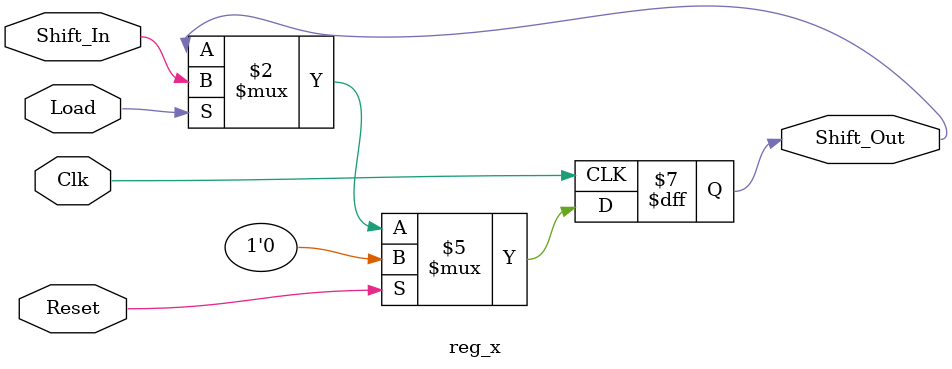
<source format=sv>
module reg_4 (input  logic Clk, Reset, Shift_In, Load, Shift_En,
              input  logic [3:0]  D,
              output logic Shift_Out,
              output logic [3:0]  Data_Out);

    always_ff @ (posedge Clk)
    begin
	 	 if (Reset) //notice, this is a sycnrhonous reset, which is recommended on the FPGA
			  Data_Out <= 4'h0;
		 else if (Load)
			  Data_Out <= D;
		 else if (Shift_En)
		 begin
			  //concatenate shifted in data to the previous left-most 3 bits
			  //note this works because we are in always_ff procedure block
			  Data_Out <= { Shift_In, Data_Out[3:1] }; 
	    end
    end
	
    assign Shift_Out = Data_Out[0];

endmodule

module reg_8 (input  logic Clk, Reset, Shift_In, Load, Shift_En,
              input  logic [7:0]  D,
              output logic Shift_Out,
              output logic [7:0]  Data_Out);
		
		logic s0;
		reg_4 reg1(.Clk(Clk), .Reset(Reset), .Shift_In(s0), 
					.Load(Load), .Shift_En(Shift_En), .D(D[3:0]), .Shift_Out(Shift_Out), 
					.Data_Out(Data_Out[3:0]));
		reg_4 reg2(.Clk(Clk), .Reset(Reset), .Shift_In(Shift_In), 
					.Load(Load), .Shift_En(Shift_En), .D(D[7:4]), .Shift_Out(s0), 
					.Data_Out(Data_Out[7:4]));
					
				  
endmodule

module reg_x(input  logic Clk, Reset, Shift_In, Load, 
				 output logic Shift_Out);

			always_ff @ (posedge Clk)
			begin
				if (Reset) 
					Shift_Out <= 0;
				else if (Load)
					Shift_Out <= Shift_In;
			end

endmodule 

</source>
